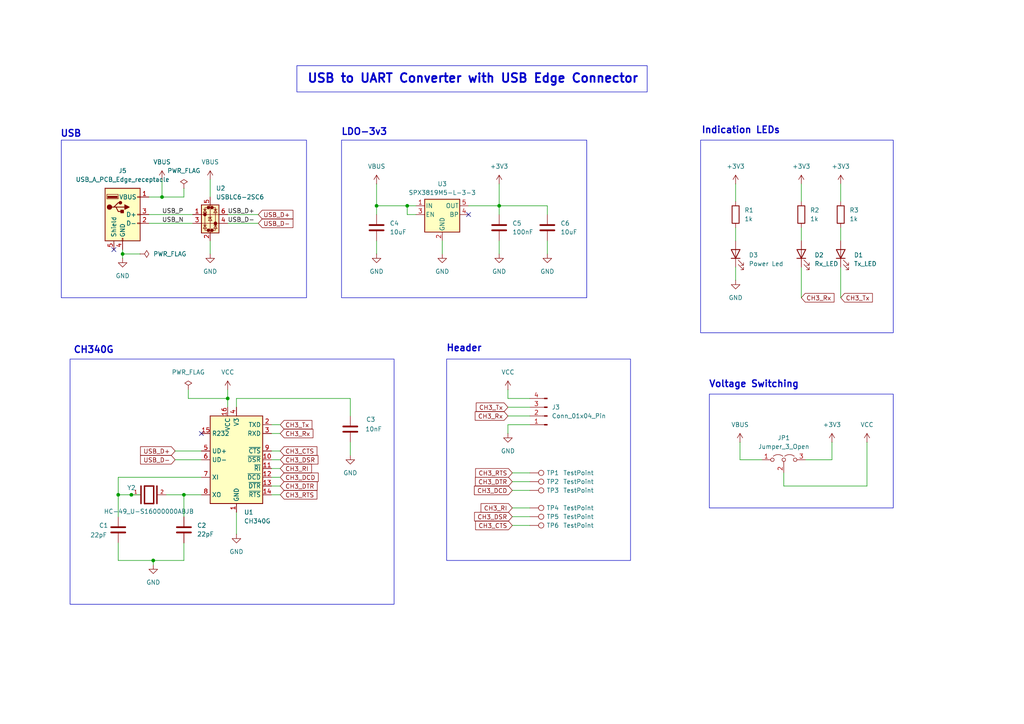
<source format=kicad_sch>
(kicad_sch (version 20231120) (generator "eeschema") (generator_version "8.0")
  (paper "A4")
  (title_block (title "USB to UART Converter with USB Edge Connector") (date "2025-04-28") (comment 1 "UART Stick"))
  (lib_symbols
    (symbol "Connector:Conn_01x04_Pin" (pin_names (offset 1.016) hide)
      (property "Reference" "J" (at 0 5.08 0))
      (property "Value" "Conn_01x04_Pin" (at 0 -7.62 0))
      (symbol "Conn_01x04_Pin_1_1"
        (polyline (pts (xy 1.27 -5.08) (xy 0.8636 -5.08)) (stroke (width 0.1524)))
        (polyline (pts (xy 1.27 -2.54) (xy 0.8636 -2.54)) (stroke (width 0.1524)))
        (polyline (pts (xy 1.27 0) (xy 0.8636 0)) (stroke (width 0.1524)))
        (polyline (pts (xy 1.27 2.54) (xy 0.8636 2.54)) (stroke (width 0.1524)))
        (rectangle (start 0.8636 -4.953) (end 0 -5.207) (stroke (width 0.1524)) (fill (type outline)))
        (rectangle (start 0.8636 -2.413) (end 0 -2.667) (stroke (width 0.1524)) (fill (type outline)))
        (rectangle (start 0.8636 0.127) (end 0 -0.127) (stroke (width 0.1524)) (fill (type outline)))
        (rectangle (start 0.8636 2.667) (end 0 2.413) (stroke (width 0.1524)) (fill (type outline)))
        (pin passive line (at 5.08 2.54 180) (length 3.81) (name "Pin_1") (number "1"))
        (pin passive line (at 5.08 0 180) (length 3.81) (name "Pin_2") (number "2"))
        (pin passive line (at 5.08 -2.54 180) (length 3.81) (name "Pin_3") (number "3"))
        (pin passive line (at 5.08 -5.08 180) (length 3.81) (name "Pin_4") (number "4"))
      )
    )
    (symbol "Connector:TestPoint" (pin_numbers hide) (pin_names (offset 0.762) hide)
      (property "Reference" "TP" (at 0 6.858 0))
      (property "Value" "TestPoint" (at 0 5.08 0))
      (symbol "TestPoint_0_1"
        (circle (center 0 3.302) (radius 0.762))
      )
      (symbol "TestPoint_1_1"
        (pin passive line (at 0 0 90) (length 2.54) (name "1") (number "1"))
      )
    )
    (symbol "Device:C" (pin_numbers hide) (pin_names (offset 0.254))
      (property "Reference" "C" (at 0.635 2.54 0))
      (property "Value" "C" (at 0.635 -2.54 0))
      (symbol "C_0_1"
        (polyline (pts (xy -2.032 -0.762) (xy 2.032 -0.762)) (stroke (width 0.508)))
        (polyline (pts (xy -2.032 0.762) (xy 2.032 0.762)) (stroke (width 0.508)))
      )
      (symbol "C_1_1"
        (pin passive line (at 0 3.81 270) (length 2.794) (name "~") (number "1"))
        (pin passive line (at 0 -3.81 90) (length 2.794) (name "~") (number "2"))
      )
    )
    (symbol "Device:LED" (pin_numbers hide) (pin_names (offset 1.016) hide)
      (property "Reference" "D" (at 0 2.54 0))
      (property "Value" "LED" (at 0 -2.54 0))
      (symbol "LED_0_1"
        (polyline (pts (xy -1.27 -1.27) (xy -1.27 1.27)) (stroke (width 0.254)))
        (polyline (pts (xy -1.27 0) (xy 1.27 0)))
        (polyline (pts (xy 1.27 -1.27) (xy 1.27 1.27) (xy -1.27 0) (xy 1.27 -1.27)) (stroke (width 0.254)))
        (polyline (pts (xy -3.048 -0.762) (xy -4.572 -2.286) (xy -3.81 -2.286) (xy -4.572 -2.286) (xy -4.572 -1.524)))
        (polyline (pts (xy -1.778 -0.762) (xy -3.302 -2.286) (xy -2.54 -2.286) (xy -3.302 -2.286) (xy -3.302 -1.524)))
      )
      (symbol "LED_1_1"
        (pin passive line (at -3.81 0 0) (length 2.54) (name "K") (number "1"))
        (pin passive line (at 3.81 0 180) (length 2.54) (name "A") (number "2"))
      )
    )
    (symbol "Device:R" (pin_numbers hide) (pin_names (offset 0))
      (property "Reference" "R" (at 2.032 0 90))
      (property "Value" "R" (at 0 0 90))
      (symbol "R_0_1"
        (rectangle (start -1.016 -2.54) (end 1.016 2.54) (stroke (width 0.254)))
      )
      (symbol "R_1_1"
        (pin passive line (at 0 3.81 270) (length 1.27) (name "~") (number "1"))
        (pin passive line (at 0 -3.81 90) (length 1.27) (name "~") (number "2"))
      )
    )
    (symbol "HC-49_U-S16000000ABJB:HC-49_U-S16000000ABJB" (pin_names (offset 1.016))
      (property "Reference" "Y" (at -5.0804 5.0804 0))
      (property "Value" "HC-49_U-S16000000ABJB" (at -5.0991 -5.0991 0))
      (symbol "HC-49_U-S16000000ABJB_0_0"
        (polyline (pts (xy -2.286 2.54) (xy -2.286 -2.54)) (stroke (width 0.4064)))
        (polyline (pts (xy -1.27 2.54) (xy -1.27 -2.54)) (stroke (width 0.4064)))
        (polyline (pts (xy -1.27 2.54) (xy 1.397 2.54)) (stroke (width 0.4064)))
        (polyline (pts (xy 1.397 -2.54) (xy -1.27 -2.54)) (stroke (width 0.4064)))
        (polyline (pts (xy 1.397 2.54) (xy 1.397 -2.54)) (stroke (width 0.4064)))
        (polyline (pts (xy 2.3368 2.54) (xy 2.3368 -2.54)) (stroke (width 0.4064)))
        (pin passive line (at -5.08 0 0) (length 2.54) (name "~") (number "1"))
        (pin passive line (at 5.08 0 180) (length 2.54) (name "~") (number "2"))
      )
    )
    (symbol "Interface_USB:CH340G"
      (property "Reference" "U" (at -5.08 13.97 0))
      (property "Value" "CH340G" (at 1.27 13.97 0))
      (symbol "CH340G_0_1"
        (rectangle (start -7.62 12.7) (end 7.62 -12.7) (stroke (width 0.254)) (fill (type background)))
      )
      (symbol "CH340G_1_1"
        (pin power_in line (at 0 -15.24 90) (length 2.54) (name "GND") (number "1"))
        (pin input line (at 10.16 0 180) (length 2.54) (name "~{DSR}") (number "10"))
        (pin input line (at 10.16 -2.54 180) (length 2.54) (name "~{RI}") (number "11"))
        (pin input line (at 10.16 -5.08 180) (length 2.54) (name "~{DCD}") (number "12"))
        (pin output line (at 10.16 -7.62 180) (length 2.54) (name "~{DTR}") (number "13"))
        (pin output line (at 10.16 -10.16 180) (length 2.54) (name "~{RTS}") (number "14"))
        (pin input line (at -10.16 7.62 0) (length 2.54) (name "R232") (number "15"))
        (pin power_in line (at -2.54 15.24 270) (length 2.54) (name "VCC") (number "16"))
        (pin output line (at 10.16 10.16 180) (length 2.54) (name "TXD") (number "2"))
        (pin input line (at 10.16 7.62 180) (length 2.54) (name "RXD") (number "3"))
        (pin power_out line (at 0 15.24 270) (length 2.54) (name "V3") (number "4"))
        (pin bidirectional line (at -10.16 2.54 0) (length 2.54) (name "UD+") (number "5"))
        (pin bidirectional line (at -10.16 0 0) (length 2.54) (name "UD-") (number "6"))
        (pin input line (at -10.16 -5.08 0) (length 2.54) (name "XI") (number "7"))
        (pin output line (at -10.16 -10.16 0) (length 2.54) (name "XO") (number "8"))
        (pin input line (at 10.16 2.54 180) (length 2.54) (name "~{CTS}") (number "9"))
      )
    )
    (symbol "Jumper:Jumper_3_Open" (pin_names (offset 0) hide) (exclude_from_sim yes) (in_bom no)
      (property "Reference" "JP" (at -2.54 -2.54 0))
      (property "Value" "Jumper_3_Open" (at 0 2.794 0))
      (symbol "Jumper_3_Open_0_0"
        (circle (center -3.302 0) (radius 0.508))
        (circle (center 0 0) (radius 0.508))
        (circle (center 3.302 0) (radius 0.508))
      )
      (symbol "Jumper_3_Open_0_1"
        (arc (start -0.254 1.016) (mid -1.651 1.4992) (end -3.048 1.016))
        (polyline (pts (xy 0 -0.508) (xy 0 -1.27)))
        (arc (start 3.048 1.016) (mid 1.651 1.4992) (end 0.254 1.016))
      )
      (symbol "Jumper_3_Open_1_1"
        (pin passive line (at -6.35 0 0) (length 2.54) (name "A") (number "1"))
        (pin passive line (at 0 -3.81 90) (length 2.54) (name "C") (number "2"))
        (pin passive line (at 6.35 0 180) (length 2.54) (name "B") (number "3"))
      )
    )
    (symbol "Power_Protection:USBLC6-2SC6" (pin_names hide)
      (property "Reference" "U" (at 0.635 5.715 0))
      (property "Value" "USBLC6-2SC6" (at 0.635 3.81 0))
      (symbol "USBLC6-2SC6_0_0"
        (circle (center -1.524 0) (radius 0.0001) (stroke (width 0.508)))
        (circle (center -0.508 -4.572) (radius 0.0001) (stroke (width 0.508)))
        (circle (center -0.508 2.032) (radius 0.0001) (stroke (width 0.508)))
        (circle (center 0.508 -4.572) (radius 0.0001) (stroke (width 0.508)))
        (circle (center 0.508 2.032) (radius 0.0001) (stroke (width 0.508)))
        (circle (center 1.524 -2.54) (radius 0.0001) (stroke (width 0.508)))
      )
      (symbol "USBLC6-2SC6_0_1"
        (polyline (pts (xy -2.54 -2.54) (xy 2.54 -2.54)))
        (polyline (pts (xy -2.54 0) (xy 2.54 0)))
        (polyline (pts (xy -2.032 -3.048) (xy -1.016 -3.048)))
        (polyline (pts (xy -1.016 1.524) (xy -2.032 1.524)))
        (polyline (pts (xy 1.016 -3.048) (xy 2.032 -3.048)))
        (polyline (pts (xy 1.016 1.524) (xy 2.032 1.524)))
        (polyline (pts (xy -0.508 -1.143) (xy -0.508 -0.762) (xy 0.508 -0.762)))
        (polyline (pts (xy -2.032 0.508) (xy -1.016 0.508) (xy -1.524 1.524) (xy -2.032 0.508)))
        (polyline (pts (xy -1.016 -4.064) (xy -2.032 -4.064) (xy -1.524 -3.048) (xy -1.016 -4.064)))
        (polyline (pts (xy 0.508 -1.778) (xy -0.508 -1.778) (xy 0 -0.762) (xy 0.508 -1.778)))
        (polyline (pts (xy 2.032 -4.064) (xy 1.016 -4.064) (xy 1.524 -3.048) (xy 2.032 -4.064)))
        (polyline (pts (xy 2.032 0.508) (xy 1.016 0.508) (xy 1.524 1.524) (xy 2.032 0.508)))
        (polyline (pts (xy 0 2.54) (xy -0.508 2.032) (xy 0.508 2.032) (xy 0 1.524) (xy 0 -4.064) (xy -0.508 -4.572) (xy 0.508 -4.572) (xy 0 -5.08)))
      )
      (symbol "USBLC6-2SC6_1_1"
        (rectangle (start -2.54 2.794) (end 2.54 -5.334) (stroke (width 0.254)) (fill (type background)))
        (polyline (pts (xy -0.508 2.032) (xy -1.524 2.032) (xy -1.524 -4.572) (xy -0.508 -4.572)))
        (polyline (pts (xy 0.508 -4.572) (xy 1.524 -4.572) (xy 1.524 2.032) (xy 0.508 2.032)))
        (pin passive line (at -5.08 0 0) (length 2.54) (name "I/O1") (number "1"))
        (pin passive line (at 0 -7.62 90) (length 2.54) (name "GND") (number "2"))
        (pin passive line (at -5.08 -2.54 0) (length 2.54) (name "I/O2") (number "3"))
        (pin passive line (at 5.08 -2.54 180) (length 2.54) (name "I/O2") (number "4"))
        (pin passive line (at 0 5.08 270) (length 2.54) (name "VBUS") (number "5"))
        (pin passive line (at 5.08 0 180) (length 2.54) (name "I/O1") (number "6"))
      )
    )
    (symbol "Regulator_Linear:SPX3819M5-L-3-3" (pin_names (offset 0.254))
      (property "Reference" "U" (at -3.81 5.715 0))
      (property "Value" "SPX3819M5-L-3-3" (at 0 5.715 0))
      (symbol "SPX3819M5-L-3-3_0_1"
        (rectangle (start -5.08 4.445) (end 5.08 -5.08) (stroke (width 0.254)) (fill (type background)))
      )
      (symbol "SPX3819M5-L-3-3_1_1"
        (pin power_in line (at -7.62 2.54 0) (length 2.54) (name "IN") (number "1"))
        (pin power_in line (at 0 -7.62 90) (length 2.54) (name "GND") (number "2"))
        (pin input line (at -7.62 0 0) (length 2.54) (name "EN") (number "3"))
        (pin input line (at 7.62 0 180) (length 2.54) (name "BP") (number "4"))
        (pin power_out line (at 7.62 2.54 180) (length 2.54) (name "OUT") (number "5"))
      )
    )
    (symbol "USB_A_PCB_Edge_receptacle_1" (pin_names (offset 1.016))
      (property "Reference" "J" (at -5.08 11.43 0))
      (property "Value" "USB_A_PCB_Edge_receptacle" (at -5.08 8.89 0))
      (symbol "USB_A_PCB_Edge_receptacle_1_0_1"
        (rectangle (start -5.08 7.62) (end 5.08 -7.62) (stroke (width 0.254)) (fill (type background)))
        (circle (center -3.81 2.159) (radius 0.635) (stroke (width 0.254)) (fill (type outline)))
        (rectangle (start -1.524 4.826) (end -4.318 5.334) (fill (type outline)))
        (rectangle (start -1.27 4.572) (end -4.572 5.842))
        (circle (center -0.635 3.429) (radius 0.381) (stroke (width 0.254)) (fill (type outline)))
        (rectangle (start -0.127 -7.62) (end 0.127 -6.858))
        (polyline (pts (xy -3.175 2.159) (xy -2.54 2.159) (xy -1.27 3.429) (xy -0.635 3.429)) (stroke (width 0.254)))
        (polyline (pts (xy -2.54 2.159) (xy -1.905 2.159) (xy -1.27 0.889) (xy 0 0.889)) (stroke (width 0.254)))
        (polyline (pts (xy 0.635 2.794) (xy 0.635 1.524) (xy 1.905 2.159) (xy 0.635 2.794)) (stroke (width 0.254)) (fill (type outline)))
        (rectangle (start 0.254 1.27) (end -0.508 0.508) (stroke (width 0.254)) (fill (type outline)))
        (rectangle (start 5.08 -2.667) (end 4.318 -2.413))
        (rectangle (start 5.08 -0.127) (end 4.318 0.127))
        (rectangle (start 5.08 4.953) (end 4.318 5.207))
      )
      (symbol "USB_A_PCB_Edge_receptacle_1_1_1"
        (polyline (pts (xy -1.905 2.159) (xy 0.635 2.159)) (stroke (width 0.254)))
        (pin power_in line (at 7.62 5.08 180) (length 2.54) (name "VBUS") (number "1"))
        (pin bidirectional line (at 7.62 -2.54 180) (length 2.54) (name "D-") (number "2"))
        (pin bidirectional line (at 7.62 0 180) (length 2.54) (name "D+") (number "3"))
        (pin power_in line (at 0 -10.16 90) (length 2.54) (name "GND") (number "4"))
        (pin passive line (at -2.54 -10.16 90) (length 2.54) (name "Shield") (number "5"))
      )
    )
    (symbol "power:+3V3" (power) (pin_numbers hide) (pin_names (offset 0) hide)
      (property "Value" "+3V3" (at 0 3.556 0))
      (symbol "+3V3_0_1"
        (polyline (pts (xy -0.762 1.27) (xy 0 2.54)))
        (polyline (pts (xy 0 0) (xy 0 2.54)))
        (polyline (pts (xy 0 2.54) (xy 0.762 1.27)))
      )
      (symbol "+3V3_1_1"
        (pin power_in line (at 0 0 90) (length 0) (name "~") (number "1"))
      )
    )
    (symbol "power:GND" (power) (pin_numbers hide) (pin_names (offset 0) hide)
      (property "Value" "GND" (at 0 -3.81 0))
      (symbol "GND_0_1"
        (polyline (pts (xy 0 0) (xy 0 -1.27) (xy 1.27 -1.27) (xy 0 -2.54) (xy -1.27 -1.27) (xy 0 -1.27)))
      )
      (symbol "GND_1_1"
        (pin power_in line (at 0 0 270) (length 0) (name "~") (number "1"))
      )
    )
    (symbol "power:PWR_FLAG" (power) (pin_numbers hide) (pin_names (offset 0) hide)
      (property "Value" "PWR_FLAG" (at 0 3.81 0))
      (symbol "PWR_FLAG_0_0"
        (pin power_out line (at 0 0 90) (length 0) (name "~") (number "1"))
      )
      (symbol "PWR_FLAG_0_1"
        (polyline (pts (xy 0 0) (xy 0 1.27) (xy -1.016 1.905) (xy 0 2.54) (xy 1.016 1.905) (xy 0 1.27)))
      )
    )
    (symbol "power:VBUS" (power) (pin_numbers hide) (pin_names (offset 0) hide)
      (property "Value" "VBUS" (at 0 3.556 0))
      (symbol "VBUS_0_1"
        (polyline (pts (xy -0.762 1.27) (xy 0 2.54)))
        (polyline (pts (xy 0 0) (xy 0 2.54)))
        (polyline (pts (xy 0 2.54) (xy 0.762 1.27)))
      )
      (symbol "VBUS_1_1"
        (pin power_in line (at 0 0 90) (length 0) (name "~") (number "1"))
      )
    )
    (symbol "power:VCC" (power) (pin_numbers hide) (pin_names (offset 0) hide)
      (property "Value" "VCC" (at 0 3.556 0))
      (symbol "VCC_0_1"
        (polyline (pts (xy -0.762 1.27) (xy 0 2.54)))
        (polyline (pts (xy 0 0) (xy 0 2.54)))
        (polyline (pts (xy 0 2.54) (xy 0.762 1.27)))
      )
      (symbol "VCC_1_1"
        (pin power_in line (at 0 0 90) (length 0) (name "~") (number "1"))
      )
    )
  )
  (junction (at 118.11 59.69))
  (junction (at 35.56 73.66))
  (junction (at 44.45 162.56))
  (junction (at 144.78 59.69))
  (junction (at 34.29 143.51))
  (junction (at 46.99 57.15))
  (junction (at 66.04 115.57))
  (junction (at 38.1 143.51))
  (junction (at 109.22 59.69))
  (junction (at 53.34 143.51))
  (no_connect (at 58.42 125.73))
  (no_connect (at 135.89 62.23))
  (no_connect (at 33.02 72.39))
  (wire (pts (xy 68.58 115.57) (xy 101.6 115.57)))
  (wire (pts (xy 213.36 77.47) (xy 213.36 81.28)))
  (wire (pts (xy 34.29 143.51) (xy 38.1 143.51)))
  (wire (pts (xy 60.96 69.85) (xy 60.96 73.66)))
  (wire (pts (xy 158.75 62.23) (xy 158.75 59.69)))
  (wire (pts (xy 66.04 64.77) (xy 74.93 64.77)))
  (wire (pts (xy 144.78 59.69) (xy 158.75 59.69)))
  (wire (pts (xy 147.32 115.57) (xy 153.67 115.57)))
  (wire (pts (xy 78.74 135.89) (xy 81.28 135.89)))
  (wire (pts (xy 109.22 69.85) (xy 109.22 73.66)))
  (wire (pts (xy 50.8 133.35) (xy 58.42 133.35)))
  (wire (pts (xy 68.58 148.59) (xy 68.58 154.94)))
  (wire (pts (xy 147.32 113.03) (xy 147.32 115.57)))
  (wire (pts (xy 53.34 143.51) (xy 53.34 149.86)))
  (wire (pts (xy 44.45 162.56) (xy 44.45 163.83)))
  (wire (pts (xy 227.33 137.16) (xy 227.33 140.97)))
  (wire (pts (xy 53.34 57.15) (xy 46.99 57.15)))
  (wire (pts (xy 233.68 133.35) (xy 241.3 133.35)))
  (wire (pts (xy 35.56 73.66) (xy 35.56 74.93)))
  (wire (pts (xy 78.74 123.19) (xy 81.28 123.19)))
  (wire (pts (xy 148.59 152.4) (xy 153.67 152.4)))
  (wire (pts (xy 46.99 52.07) (xy 46.99 57.15)))
  (wire (pts (xy 241.3 133.35) (xy 241.3 128.27)))
  (wire (pts (xy 78.74 140.97) (xy 81.28 140.97)))
  (wire (pts (xy 43.18 57.15) (xy 46.99 57.15)))
  (wire (pts (xy 214.63 128.27) (xy 214.63 133.35)))
  (wire (pts (xy 144.78 69.85) (xy 144.78 73.66)))
  (wire (pts (xy 109.22 53.34) (xy 109.22 59.69)))
  (wire (pts (xy 43.18 64.77) (xy 55.88 64.77)))
  (wire (pts (xy 60.96 52.07) (xy 60.96 57.15)))
  (wire (pts (xy 148.59 149.86) (xy 153.67 149.86)))
  (wire (pts (xy 232.41 53.34) (xy 232.41 58.42)))
  (wire (pts (xy 251.46 140.97) (xy 251.46 128.27)))
  (wire (pts (xy 78.74 125.73) (xy 81.28 125.73)))
  (wire (pts (xy 78.74 130.81) (xy 81.28 130.81)))
  (wire (pts (xy 158.75 69.85) (xy 158.75 73.66)))
  (wire (pts (xy 58.42 138.43) (xy 34.29 138.43)))
  (wire (pts (xy 147.32 120.65) (xy 153.67 120.65)))
  (wire (pts (xy 34.29 138.43) (xy 34.29 143.51)))
  (wire (pts (xy 66.04 62.23) (xy 74.93 62.23)))
  (wire (pts (xy 66.04 113.03) (xy 66.04 115.57)))
  (wire (pts (xy 109.22 59.69) (xy 118.11 59.69)))
  (wire (pts (xy 153.67 123.19) (xy 147.32 123.19)))
  (wire (pts (xy 118.11 62.23) (xy 118.11 59.69)))
  (wire (pts (xy 144.78 59.69) (xy 144.78 62.23)))
  (wire (pts (xy 53.34 157.48) (xy 53.34 162.56)))
  (wire (pts (xy 135.89 59.69) (xy 144.78 59.69)))
  (wire (pts (xy 118.11 59.69) (xy 120.65 59.69)))
  (wire (pts (xy 101.6 128.27) (xy 101.6 132.08)))
  (wire (pts (xy 213.36 53.34) (xy 213.36 58.42)))
  (wire (pts (xy 34.29 162.56) (xy 44.45 162.56)))
  (wire (pts (xy 53.34 162.56) (xy 44.45 162.56)))
  (wire (pts (xy 243.84 66.04) (xy 243.84 69.85)))
  (wire (pts (xy 148.59 137.16) (xy 153.67 137.16)))
  (wire (pts (xy 68.58 118.11) (xy 68.58 115.57)))
  (wire (pts (xy 43.18 62.23) (xy 55.88 62.23)))
  (wire (pts (xy 53.34 143.51) (xy 58.42 143.51)))
  (wire (pts (xy 78.74 133.35) (xy 81.28 133.35)))
  (wire (pts (xy 148.59 147.32) (xy 153.67 147.32)))
  (wire (pts (xy 232.41 77.47) (xy 232.41 86.36)))
  (wire (pts (xy 148.59 139.7) (xy 153.67 139.7)))
  (wire (pts (xy 54.61 113.03) (xy 54.61 115.57)))
  (wire (pts (xy 214.63 133.35) (xy 220.98 133.35)))
  (wire (pts (xy 227.33 140.97) (xy 251.46 140.97)))
  (wire (pts (xy 66.04 115.57) (xy 66.04 118.11)))
  (wire (pts (xy 109.22 62.23) (xy 109.22 59.69)))
  (wire (pts (xy 48.26 143.51) (xy 53.34 143.51)))
  (wire (pts (xy 128.27 69.85) (xy 128.27 73.66)))
  (wire (pts (xy 34.29 149.86) (xy 34.29 143.51)))
  (wire (pts (xy 213.36 66.04) (xy 213.36 69.85)))
  (wire (pts (xy 78.74 143.51) (xy 81.28 143.51)))
  (wire (pts (xy 148.59 142.24) (xy 153.67 142.24)))
  (wire (pts (xy 78.74 138.43) (xy 81.28 138.43)))
  (wire (pts (xy 54.61 115.57) (xy 66.04 115.57)))
  (wire (pts (xy 120.65 62.23) (xy 118.11 62.23)))
  (wire (pts (xy 147.32 123.19) (xy 147.32 125.73)))
  (wire (pts (xy 243.84 53.34) (xy 243.84 58.42)))
  (wire (pts (xy 53.34 54.61) (xy 53.34 57.15)))
  (wire (pts (xy 232.41 66.04) (xy 232.41 69.85)))
  (wire (pts (xy 50.8 130.81) (xy 58.42 130.81)))
  (wire (pts (xy 34.29 157.48) (xy 34.29 162.56)))
  (wire (pts (xy 101.6 115.57) (xy 101.6 120.65)))
  (wire (pts (xy 35.56 73.66) (xy 40.64 73.66)))
  (wire (pts (xy 144.78 53.34) (xy 144.78 59.69)))
  (wire (pts (xy 38.1 143.51) (xy 40.64 143.51)))
  (wire (pts (xy 35.56 72.39) (xy 35.56 73.66)))
  (wire (pts (xy 243.84 77.47) (xy 243.84 86.36)))
  (wire (pts (xy 147.32 118.11) (xy 153.67 118.11)))
  (rectangle (start 205.74 114.3) (end 259.08 147.32))
  (rectangle (start 203.2 40.64) (end 259.08 96.52))
  (rectangle (start 129.54 104.14) (end 182.88 162.56))
  (rectangle (start 20.32 104.14) (end 114.3 175.26))
  (rectangle (start 99.06 40.64) (end 170.18 86.36))
  (rectangle (start 17.78 40.64) (end 88.9 86.36))
  (rectangle (start 86.106 19.05) (end 187.706 26.67))
  (text "CH340G\n" (at 27.178 101.6 0) (effects (font (size 1.9304 1.9304) (thickness 0.3658) (bold yes))))
  (text "Header\n" (at 134.62 101.092 0) (effects (font (size 1.9304 1.9304) (thickness 0.3658) (bold yes))))
  (text "USB" (at 20.574 38.862 0) (effects (font (size 1.9304 1.9304) (thickness 0.3658) (bold yes))))
  (text "Voltage Switching" (at 218.694 111.506 0) (effects (font (size 1.9304 1.9304) (thickness 0.3658) (bold yes))))
  (text "USB to UART Converter with USB Edge Connector" (at 137.16 22.86 0) (effects (font (size 2.54 2.54) (bold yes))))
  (text "LDO-3v3" (at 105.664 38.354 0) (effects (font (size 1.9304 1.9304) (thickness 0.3658) (bold yes))))
  (text "Indication LEDs\n" (at 214.884 37.846 0) (effects (font (size 1.9304 1.9304) (thickness 0.3658) (bold yes))))
  (label "USB_D-" (at 66.04 64.77 0))
  (label "USB_N" (at 46.99 64.77 0))
  (label "USB_D+" (at 66.04 62.23 0))
  (label "USB_P" (at 46.99 62.23 0))
  (global_label "CH3_Tx" (shape input) (at 81.28 123.19 0) (property "Intersheetrefs" "${INTERSHEET_REFS}" (effects (hide yes))))
  (global_label "CH3_DSR" (shape input) (at 81.28 133.35 0) (property "Intersheetrefs" "${INTERSHEET_REFS}" (effects (hide yes))))
  (global_label "CH3_RTS" (shape input) (at 148.59 137.16 180) (property "Intersheetrefs" "${INTERSHEET_REFS}" (effects (hide yes))))
  (global_label "CH3_CTS" (shape input) (at 81.28 130.81 0) (property "Intersheetrefs" "${INTERSHEET_REFS}" (effects (hide yes))))
  (global_label "CH3_DTR" (shape input) (at 148.59 139.7 180) (property "Intersheetrefs" "${INTERSHEET_REFS}" (effects (hide yes))))
  (global_label "CH3_DCD" (shape input) (at 148.59 142.24 180) (property "Intersheetrefs" "${INTERSHEET_REFS}" (effects (hide yes))))
  (global_label "CH3_RTS" (shape input) (at 81.28 143.51 0) (property "Intersheetrefs" "${INTERSHEET_REFS}" (effects (hide yes))))
  (global_label "CH3_Rx" (shape input) (at 81.28 125.73 0) (property "Intersheetrefs" "${INTERSHEET_REFS}" (effects (hide yes))))
  (global_label "CH3_Rx" (shape input) (at 147.32 120.65 180) (property "Intersheetrefs" "${INTERSHEET_REFS}" (effects (hide yes))))
  (global_label "CH3_RI" (shape input) (at 81.28 135.89 0) (property "Intersheetrefs" "${INTERSHEET_REFS}" (effects (hide yes))))
  (global_label "USB_D-" (shape input) (at 50.8 133.35 180) (property "Intersheetrefs" "${INTERSHEET_REFS}" (effects (hide yes))))
  (global_label "CH3_Tx" (shape input) (at 147.32 118.11 180) (property "Intersheetrefs" "${INTERSHEET_REFS}" (effects (hide yes))))
  (global_label "CH3_RI" (shape input) (at 148.59 147.32 180) (property "Intersheetrefs" "${INTERSHEET_REFS}" (effects (hide yes))))
  (global_label "USB_D+" (shape input) (at 50.8 130.81 180) (property "Intersheetrefs" "${INTERSHEET_REFS}" (effects (hide yes))))
  (global_label "CH3_Tx" (shape input) (at 243.84 86.36 0) (property "Intersheetrefs" "${INTERSHEET_REFS}" (effects (hide yes))))
  (global_label "CH3_CTS" (shape input) (at 148.59 152.4 180) (property "Intersheetrefs" "${INTERSHEET_REFS}" (effects (hide yes))))
  (global_label "CH3_DSR" (shape input) (at 148.59 149.86 180) (property "Intersheetrefs" "${INTERSHEET_REFS}" (effects (hide yes))))
  (global_label "CH3_DTR" (shape input) (at 81.28 140.97 0) (property "Intersheetrefs" "${INTERSHEET_REFS}" (effects (hide yes))))
  (global_label "USB_D+" (shape input) (at 74.93 62.23 0) (property "Intersheetrefs" "${INTERSHEET_REFS}" (effects (hide yes))))
  (global_label "CH3_Rx" (shape input) (at 232.41 86.36 0) (property "Intersheetrefs" "${INTERSHEET_REFS}" (effects (hide yes))))
  (global_label "USB_D-" (shape input) (at 74.93 64.77 0) (property "Intersheetrefs" "${INTERSHEET_REFS}" (effects (hide yes))))
  (global_label "CH3_DCD" (shape input) (at 81.28 138.43 0) (property "Intersheetrefs" "${INTERSHEET_REFS}" (effects (hide yes))))
  (symbol (lib_id "power:GND") (at 44.45 163.83 0) (unit 1)
    (property "Reference" "#PWR01" (effects (hide yes)))
    (property "Value" "GND" (at 44.45 168.91 0))
    (property "Description" "Power symbol creates a global label with name \"GND\" , ground" (effects (hide yes)))
  )
  (symbol (lib_name "USB_A_PCB_Edge_receptacle_1") (lib_id "Connector_USB_PCB_Edge:USB_A_PCB_Edge_receptacle") (at 35.56 62.23 0) (unit 1)
    (property "Reference" "J5" (at 35.56 49.53 0))
    (property "Value" "USB_A_PCB_Edge_receptacle" (at 35.56 52.07 0))
    (property "Footprint" "Connector_USB_PCB_Edge:USB_A_PCB_Edge_receptacle" (effects (hide yes)))
    (property "Description" "USB Type A connector" (effects (hide yes)))
  )
  (symbol (lib_id "power:VBUS") (at 109.22 53.34 0) (unit 1)
    (property "Reference" "#PWR014" (effects (hide yes)))
    (property "Value" "VBUS" (at 109.22 48.26 0))
    (property "Description" "Power symbol creates a global label with name \"VBUS\"" (effects (hide yes)))
  )
  (symbol (lib_id "Power_Protection:USBLC6-2SC6") (at 60.96 62.23 0) (unit 1)
    (property "Reference" "U2" (at 62.6111 54.61 0) (effects (justify left)))
    (property "Value" "USBLC6-2SC6" (at 62.6111 57.15 0) (effects (justify left)))
    (property "Footprint" "Package_TO_SOT_SMD:SOT-23-6" (effects (hide yes)))
    (property "Datasheet" "https://www.st.com/resource/en/datasheet/usblc6-2.pdf" (effects (hide yes)))
    (property "Description" "Very low capacitance ESD protection diode, 2 data-line, SOT-23-6" (effects (hide yes)))
  )
  (symbol (lib_id "Device:C") (at 101.6 124.46 0) (unit 1)
    (property "Reference" "C3" (at 106.172 121.666 0) (effects (justify left)))
    (property "Value" "10nF" (at 105.918 124.46 0) (effects (justify left)))
    (property "Footprint" "Capacitor_SMD:C_0805_2012Metric_Pad1.18x1.45mm_HandSolder" (effects (hide yes)))
    (property "Description" "Unpolarized capacitor" (effects (hide yes)))
  )
  (symbol (lib_id "power:VBUS") (at 214.63 128.27 0) (unit 1)
    (property "Reference" "#PWR015" (effects (hide yes)))
    (property "Value" "VBUS" (at 214.63 123.19 0))
    (property "Description" "Power symbol creates a global label with name \"VBUS\"" (effects (hide yes)))
  )
  (symbol (lib_id "power:GND") (at 109.22 73.66 0) (unit 1)
    (property "Reference" "#PWR09" (effects (hide yes)))
    (property "Value" "GND" (at 109.22 78.74 0))
    (property "Description" "Power symbol creates a global label with name \"GND\" , ground" (effects (hide yes)))
  )
  (symbol (lib_id "Connector:TestPoint") (at 153.67 149.86 270) (unit 1)
    (property "Reference" "TP5" (at 158.496 149.86 90) (effects (justify left)))
    (property "Value" "TestPoint" (at 163.322 149.86 90) (effects (justify left)))
    (property "Footprint" "TestPoint:TestPoint_Pad_D1.0mm" (effects (hide yes)))
    (property "Description" "test point" (effects (hide yes)))
  )
  (symbol (lib_id "Device:LED") (at 213.36 73.66 90) (unit 1)
    (property "Reference" "D3" (at 217.17 73.9774 90) (effects (justify right)))
    (property "Value" "Power Led" (at 217.17 76.5174 90) (effects (justify right)))
    (property "Footprint" "LED_SMD:LED_0805_2012Metric_Pad1.15x1.40mm_HandSolder" (effects (hide yes)))
    (property "Description" "Light emitting diode" (effects (hide yes)))
  )
  (symbol (lib_id "Device:C") (at 53.34 153.67 0) (unit 1)
    (property "Reference" "C2" (at 57.15 152.3999 0) (effects (justify left)))
    (property "Value" "22pF" (at 57.15 154.9399 0) (effects (justify left)))
    (property "Footprint" "Capacitor_SMD:C_0805_2012Metric_Pad1.18x1.45mm_HandSolder" (effects (hide yes)))
    (property "Description" "Unpolarized capacitor" (effects (hide yes)))
  )
  (symbol (lib_id "Connector:TestPoint") (at 153.67 137.16 270) (unit 1)
    (property "Reference" "TP1" (at 158.496 137.16 90) (effects (justify left)))
    (property "Value" "TestPoint" (at 163.322 137.16 90) (effects (justify left)))
    (property "Footprint" "TestPoint:TestPoint_Pad_D1.0mm" (effects (hide yes)))
    (property "Description" "test point" (effects (hide yes)))
  )
  (symbol (lib_id "power:VCC") (at 251.46 128.27 0) (unit 1)
    (property "Reference" "#PWR017" (effects (hide yes)))
    (property "Value" "VCC" (at 251.46 123.19 0))
    (property "Description" "Power symbol creates a global label with name \"VCC\"" (effects (hide yes)))
  )
  (symbol (lib_id "power:+3V3") (at 213.36 53.34 0) (unit 1)
    (property "Reference" "#PWR018" (effects (hide yes)))
    (property "Value" "+3V3" (at 213.36 48.26 0))
    (property "Description" "Power symbol creates a global label with name \"+3V3\"" (effects (hide yes)))
  )
  (symbol (lib_id "power:GND") (at 213.36 81.28 0) (unit 1)
    (property "Reference" "#PWR021" (effects (hide yes)))
    (property "Value" "GND" (at 213.36 86.36 0))
    (property "Description" "Power symbol creates a global label with name \"GND\" , ground" (effects (hide yes)))
  )
  (symbol (lib_id "Device:C") (at 109.22 66.04 0) (unit 1)
    (property "Reference" "C4" (at 113.03 64.7699 0) (effects (justify left)))
    (property "Value" "10uF" (at 113.03 67.3099 0) (effects (justify left)))
    (property "Footprint" "Capacitor_SMD:C_0805_2012Metric_Pad1.18x1.45mm_HandSolder" (effects (hide yes)))
    (property "Description" "Unpolarized capacitor" (effects (hide yes)))
  )
  (symbol (lib_id "Device:LED") (at 232.41 73.66 90) (unit 1)
    (property "Reference" "D2" (at 236.22 73.9774 90) (effects (justify right)))
    (property "Value" "Rx_LED" (at 236.22 76.5174 90) (effects (justify right)))
    (property "Footprint" "LED_SMD:LED_0805_2012Metric_Pad1.15x1.40mm_HandSolder" (effects (hide yes)))
    (property "Description" "Light emitting diode" (effects (hide yes)))
  )
  (symbol (lib_id "Connector:TestPoint") (at 153.67 139.7 270) (unit 1)
    (property "Reference" "TP2" (at 158.496 139.7 90) (effects (justify left)))
    (property "Value" "TestPoint" (at 163.322 139.7 90) (effects (justify left)))
    (property "Footprint" "TestPoint:TestPoint_Pad_D1.0mm" (effects (hide yes)))
    (property "Description" "test point" (effects (hide yes)))
  )
  (symbol (lib_id "HC-49_U-S16000000ABJB:HC-49_U-S16000000ABJB") (at 43.18 143.51 0) (unit 1)
    (property "Reference" "Y2" (at 38.1 141.478 0))
    (property "Value" "HC-49_U-S16000000ABJB" (at 43.18 148.336 0))
    (property "Footprint" "HC-49_U-S16000000ABJB:XTAL_HC49P488W43L1150T466H350" (effects (hide yes)))
    (property "MF" "Citizen Finedevice" (effects (hide yes)))
    (property "Description_1" "\n                        \n                            16 MHz ±30ppm Crystal 18pF 50 Ohms HC-49/US\n                        \n" (effects (hide yes)))
    (property "Package" "HC-49/US Citizen Finetech Miyota" (effects (hide yes)))
    (property "Price" "None" (effects (hide yes)))
    (property "Check_prices" "https://www.snapeda.com/parts/HC-49/U-S16000000ABJB/Citizen/view-part/?ref=eda" (effects (hide yes)))
    (property "STANDARD" "IPC-7351B" (effects (hide yes)))
    (property "PARTREV" "1.0" (effects (hide yes)))
    (property "SnapEDA_Link" "https://www.snapeda.com/parts/HC-49/U-S16000000ABJB/Citizen/view-part/?ref=snap" (effects (hide yes)))
    (property "MP" "HC-49/U-S16000000ABJB" (effects (hide yes)))
    (property "Availability" "In Stock" (effects (hide yes)))
    (property "MANUFACTURER" "CITIZEN" (effects (hide yes)))
  )
  (symbol (lib_id "Interface_USB:CH340G") (at 68.58 133.35 0) (unit 1)
    (property "Reference" "U1" (at 70.7741 148.59 0) (effects (justify left)))
    (property "Value" "CH340G" (at 70.7741 151.13 0) (effects (justify left)))
    (property "Footprint" "Package_SO:SOIC-16_3.9x9.9mm_P1.27mm" (effects (hide yes)))
    (property "Datasheet" "http://www.datasheet5.com/pdf-local-2195953" (effects (hide yes)))
    (property "Description" "USB serial converter, UART, SOIC-16" (effects (hide yes)))
  )
  (symbol (lib_id "Device:C") (at 158.75 66.04 0) (unit 1)
    (property "Reference" "C6" (at 162.56 64.7699 0) (effects (justify left)))
    (property "Value" "10uF" (at 162.56 67.3099 0) (effects (justify left)))
    (property "Footprint" "Capacitor_SMD:C_0805_2012Metric_Pad1.18x1.45mm_HandSolder" (effects (hide yes)))
    (property "Description" "Unpolarized capacitor" (effects (hide yes)))
  )
  (symbol (lib_id "Device:R") (at 232.41 62.23 0) (unit 1)
    (property "Reference" "R2" (at 234.95 60.9599 0) (effects (justify left)))
    (property "Value" "1k" (at 234.95 63.4999 0) (effects (justify left)))
    (property "Footprint" "Resistor_SMD:R_0805_2012Metric_Pad1.20x1.40mm_HandSolder" (effects (hide yes)))
    (property "Description" "Resistor" (effects (hide yes)))
  )
  (symbol (lib_id "Device:C") (at 34.29 153.67 0) (unit 1)
    (property "Reference" "C1" (at 28.702 152.4 0) (effects (justify left)))
    (property "Value" "22pF" (at 26.162 155.194 0) (effects (justify left)))
    (property "Footprint" "Capacitor_SMD:C_0805_2012Metric_Pad1.18x1.45mm_HandSolder" (effects (hide yes)))
    (property "Description" "Unpolarized capacitor" (effects (hide yes)))
  )
  (symbol (lib_id "power:GND") (at 60.96 73.66 0) (unit 1)
    (property "Reference" "#PWR07" (effects (hide yes)))
    (property "Value" "GND" (at 60.96 78.74 0))
    (property "Description" "Power symbol creates a global label with name \"GND\" , ground" (effects (hide yes)))
  )
  (symbol (lib_id "Device:R") (at 243.84 62.23 0) (unit 1)
    (property "Reference" "R3" (at 246.38 60.9599 0) (effects (justify left)))
    (property "Value" "1k" (at 246.38 63.4999 0) (effects (justify left)))
    (property "Footprint" "Resistor_SMD:R_0805_2012Metric_Pad1.20x1.40mm_HandSolder" (effects (hide yes)))
    (property "Description" "Resistor" (effects (hide yes)))
  )
  (symbol (lib_id "power:+3V3") (at 232.41 53.34 0) (unit 1)
    (property "Reference" "#PWR019" (effects (hide yes)))
    (property "Value" "+3V3" (at 232.41 48.26 0))
    (property "Description" "Power symbol creates a global label with name \"+3V3\"" (effects (hide yes)))
  )
  (symbol (lib_id "power:GND") (at 68.58 154.94 0) (unit 1)
    (property "Reference" "#PWR02" (effects (hide yes)))
    (property "Value" "GND" (at 68.58 160.02 0))
    (property "Description" "Power symbol creates a global label with name \"GND\" , ground" (effects (hide yes)))
  )
  (symbol (lib_id "power:GND") (at 144.78 73.66 0) (unit 1)
    (property "Reference" "#PWR011" (effects (hide yes)))
    (property "Value" "GND" (at 144.78 78.74 0))
    (property "Description" "Power symbol creates a global label with name \"GND\" , ground" (effects (hide yes)))
  )
  (symbol (lib_id "power:+3V3") (at 241.3 128.27 0) (unit 1)
    (property "Reference" "#PWR016" (effects (hide yes)))
    (property "Value" "+3V3" (at 241.3 123.19 0))
    (property "Description" "Power symbol creates a global label with name \"+3V3\"" (effects (hide yes)))
  )
  (symbol (lib_id "power:+3V3") (at 144.78 53.34 0) (unit 1)
    (property "Reference" "#PWR013" (effects (hide yes)))
    (property "Value" "+3V3" (at 144.78 48.26 0))
    (property "Description" "Power symbol creates a global label with name \"+3V3\"" (effects (hide yes)))
  )
  (symbol (lib_id "Jumper:Jumper_3_Open") (at 227.33 133.35 0) (unit 1) (exclude_from_sim yes) (in_bom no)
    (property "Reference" "JP1" (at 227.33 127 0))
    (property "Value" "Jumper_3_Open" (at 227.33 129.54 0))
    (property "Footprint" "Connector_PinHeader_2.54mm:PinHeader_1x03_P2.54mm_Vertical" (effects (hide yes)))
    (property "Description" "Jumper, 3-pole, both open" (effects (hide yes)))
  )
  (symbol (lib_id "power:GND") (at 128.27 73.66 0) (unit 1)
    (property "Reference" "#PWR010" (effects (hide yes)))
    (property "Value" "GND" (at 128.27 78.74 0))
    (property "Description" "Power symbol creates a global label with name \"GND\" , ground" (effects (hide yes)))
  )
  (symbol (lib_id "Device:R") (at 213.36 62.23 0) (unit 1)
    (property "Reference" "R1" (at 215.9 60.9599 0) (effects (justify left)))
    (property "Value" "1k" (at 215.9 63.4999 0) (effects (justify left)))
    (property "Footprint" "Resistor_SMD:R_0805_2012Metric_Pad1.20x1.40mm_HandSolder" (effects (hide yes)))
    (property "Description" "Resistor" (effects (hide yes)))
  )
  (symbol (lib_id "power:VCC") (at 147.32 113.03 0) (unit 1)
    (property "Reference" "#PWR022" (effects (hide yes)))
    (property "Value" "VCC" (at 147.32 107.95 0))
    (property "Description" "Power symbol creates a global label with name \"VCC\"" (effects (hide yes)))
  )
  (symbol (lib_id "power:VBUS") (at 46.99 52.07 0) (unit 1)
    (property "Reference" "#PWR05" (effects (hide yes)))
    (property "Value" "VBUS" (at 46.99 46.99 0))
    (property "Description" "Power symbol creates a global label with name \"VBUS\"" (effects (hide yes)))
  )
  (symbol (lib_id "power:PWR_FLAG") (at 54.61 113.03 0) (unit 1)
    (property "Reference" "#FLG03" (effects (hide yes)))
    (property "Value" "PWR_FLAG" (at 54.61 107.95 0))
    (property "Description" "Special symbol for telling ERC where power comes from" (effects (hide yes)))
  )
  (symbol (lib_id "Regulator_Linear:SPX3819M5-L-3-3") (at 128.27 62.23 0) (unit 1)
    (property "Reference" "U3" (at 128.27 53.34 0))
    (property "Value" "SPX3819M5-L-3-3" (at 128.27 55.88 0))
    (property "Footprint" "Package_TO_SOT_SMD:SOT-23-5" (effects (hide yes)))
    (property "Datasheet" "https://www.exar.com/content/document.ashx?id=22106&languageid=1033&type=Datasheet&partnumber=SPX3819&filename=SPX3819.pdf&part=SPX3819" (effects (hide yes)))
    (property "Description" "500mA Low drop-out regulator, Fixed Output 3.3V, SOT-23-5" (effects (hide yes)))
  )
  (symbol (lib_id "power:GND") (at 158.75 73.66 0) (unit 1)
    (property "Reference" "#PWR012" (effects (hide yes)))
    (property "Value" "GND" (at 158.75 78.74 0))
    (property "Description" "Power symbol creates a global label with name \"GND\" , ground" (effects (hide yes)))
  )
  (symbol (lib_id "Connector:TestPoint") (at 153.67 152.4 270) (unit 1)
    (property "Reference" "TP6" (at 158.496 152.4 90) (effects (justify left)))
    (property "Value" "TestPoint" (at 163.322 152.4 90) (effects (justify left)))
    (property "Footprint" "TestPoint:TestPoint_Pad_D1.0mm" (effects (hide yes)))
    (property "Description" "test point" (effects (hide yes)))
  )
  (symbol (lib_id "Device:C") (at 144.78 66.04 0) (unit 1)
    (property "Reference" "C5" (at 148.59 64.7699 0) (effects (justify left)))
    (property "Value" "100nF" (at 148.59 67.3099 0) (effects (justify left)))
    (property "Footprint" "Capacitor_SMD:C_0805_2012Metric_Pad1.18x1.45mm_HandSolder" (effects (hide yes)))
    (property "Description" "Unpolarized capacitor" (effects (hide yes)))
  )
  (symbol (lib_id "power:VCC") (at 66.04 113.03 0) (unit 1)
    (property "Reference" "#PWR03" (effects (hide yes)))
    (property "Value" "VCC" (at 66.04 107.95 0))
    (property "Description" "Power symbol creates a global label with name \"VCC\"" (effects (hide yes)))
  )
  (symbol (lib_id "power:GND") (at 35.56 74.93 0) (unit 1)
    (property "Reference" "#PWR08" (effects (hide yes)))
    (property "Value" "GND" (at 35.56 80.01 0))
    (property "Description" "Power symbol creates a global label with name \"GND\" , ground" (effects (hide yes)))
  )
  (symbol (lib_id "Connector:TestPoint") (at 153.67 142.24 270) (unit 1)
    (property "Reference" "TP3" (at 158.496 142.24 90) (effects (justify left)))
    (property "Value" "TestPoint" (at 163.322 142.24 90) (effects (justify left)))
    (property "Footprint" "TestPoint:TestPoint_Pad_D1.0mm" (effects (hide yes)))
    (property "Description" "test point" (effects (hide yes)))
  )
  (symbol (lib_id "Device:LED") (at 243.84 73.66 90) (unit 1)
    (property "Reference" "D1" (at 247.65 73.9774 90) (effects (justify right)))
    (property "Value" "Tx_LED" (at 247.65 76.5174 90) (effects (justify right)))
    (property "Footprint" "LED_SMD:LED_0805_2012Metric_Pad1.15x1.40mm_HandSolder" (effects (hide yes)))
    (property "Description" "Light emitting diode" (effects (hide yes)))
  )
  (symbol (lib_id "Connector:Conn_01x04_Pin") (at 158.75 120.65 180) (unit 1)
    (property "Reference" "J3" (at 160.02 118.1099 0) (effects (justify right)))
    (property "Value" "Conn_01x04_Pin" (at 160.02 120.6499 0) (effects (justify right)))
    (property "Footprint" "Connector_PinHeader_2.54mm:PinHeader_1x04_P2.54mm_Horizontal" (effects (hide yes)))
    (property "Description" "Generic connector, single row, 01x04, script generated" (effects (hide yes)))
  )
  (symbol (lib_id "power:PWR_FLAG") (at 53.34 54.61 0) (unit 1)
    (property "Reference" "#FLG01" (effects (hide yes)))
    (property "Value" "PWR_FLAG" (at 53.34 49.53 0))
    (property "Description" "Special symbol for telling ERC where power comes from" (effects (hide yes)))
  )
  (symbol (lib_id "power:VBUS") (at 60.96 52.07 0) (unit 1)
    (property "Reference" "#PWR06" (effects (hide yes)))
    (property "Value" "VBUS" (at 60.96 46.99 0))
    (property "Description" "Power symbol creates a global label with name \"VBUS\"" (effects (hide yes)))
  )
  (symbol (lib_id "power:GND") (at 101.6 132.08 0) (unit 1)
    (property "Reference" "#PWR04" (effects (hide yes)))
    (property "Value" "GND" (at 101.6 137.16 0))
    (property "Description" "Power symbol creates a global label with name \"GND\" , ground" (effects (hide yes)))
  )
  (symbol (lib_id "power:+3V3") (at 243.84 53.34 0) (unit 1)
    (property "Reference" "#PWR020" (effects (hide yes)))
    (property "Value" "+3V3" (at 243.84 48.26 0))
    (property "Description" "Power symbol creates a global label with name \"+3V3\"" (effects (hide yes)))
  )
  (symbol (lib_id "power:GND") (at 147.32 125.73 0) (unit 1)
    (property "Reference" "#PWR023" (effects (hide yes)))
    (property "Value" "GND" (at 147.32 130.81 0))
    (property "Description" "Power symbol creates a global label with name \"GND\" , ground" (effects (hide yes)))
  )
  (symbol (lib_id "power:PWR_FLAG") (at 40.64 73.66 270) (unit 1)
    (property "Reference" "#FLG02" (effects (hide yes)))
    (property "Value" "PWR_FLAG" (at 44.45 73.6599 90) (effects (justify left)))
    (property "Description" "Special symbol for telling ERC where power comes from" (effects (hide yes)))
  )
  (symbol (lib_id "Connector:TestPoint") (at 153.67 147.32 270) (unit 1)
    (property "Reference" "TP4" (at 158.496 147.32 90) (effects (justify left)))
    (property "Value" "TestPoint" (at 163.322 147.32 90) (effects (justify left)))
    (property "Footprint" "TestPoint:TestPoint_Pad_D1.0mm" (effects (hide yes)))
    (property "Description" "test point" (effects (hide yes)))
  )
)
</source>
